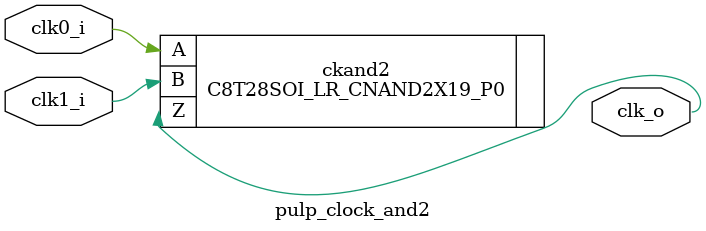
<source format=sv>
/* Copyright (C) 2017 ETH Zurich, University of Bologna
 * All rights reserved.
 *
 * This code is under development and not yet released to the public.
 * Until it is released, the code is under the copyright of ETH Zurich and
 * the University of Bologna, and may contain confidential and/or unpublished 
 * work. Any reuse/redistribution is strictly forbidden without written
 * permission from ETH Zurich.
 *
 * Bug fixes and contributions will eventually be released under the
 * SolderPad open hardware license in the context of the PULP platform
 * (http://www.pulp-platform.org), under the copyright of ETH Zurich and the
 * University of Bologna.
 */

module pulp_clock_and2
(
    input  logic clk0_i,
    input  logic clk1_i,
    output logic clk_o
);

   C8T28SOI_LR_CNAND2X19_P0 ckand2
   (
      .Z(clk_o), 
      .A(clk0_i), 
      .B(clk1_i)
   );


endmodule

</source>
